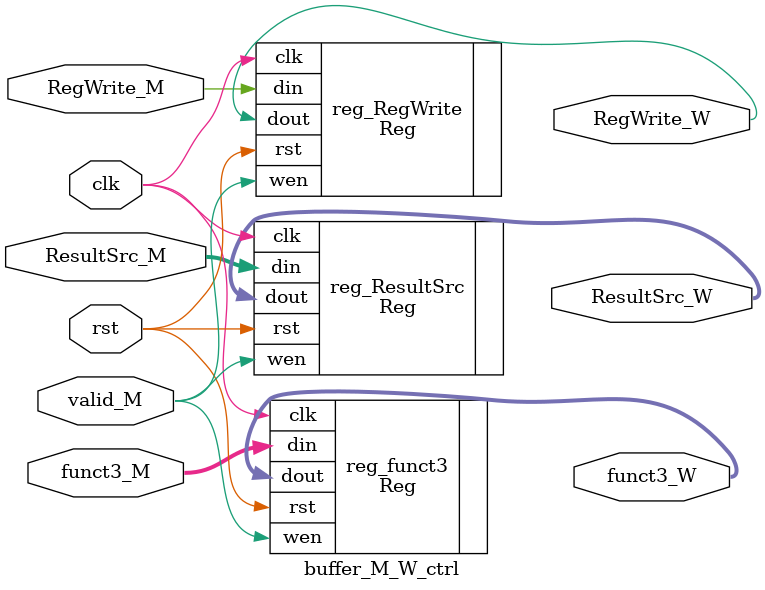
<source format=v>
`timescale 1ns / 1ps
module buffer_D_E_Ctrl(
        input clk,
        input rst,
        input RegWrite_D,
        input [1:0] ResultSrc_D,
        input MemWrite_D,
        input MemRead_D,
        input Jump_D,
        input Branch_D,
        input [3:0]ALUControl_D,
        input ALUSrc_D,
        input auipc_D,
        input [2:0] funct3_D,
        input reg_ren_D,
        input [6:0] opcode_D,
        input valid_D,
        output RegWrite_E,
        output [1:0] ResultSrc_E,
        output  MemWrite_E,
        output MemRead_E,
        output Jump_E,
        output Branch_E,
        output [3:0]ALUControl_E,
        output ALUSrc_E,
        output auipc_E,
        output [2:0] funct3_E,
        output reg_ren_E,
        output [6:0] opcode_E

    );

    Reg reg_RegWrite(
            .clk(clk),
            .rst(rst),
            .din(RegWrite_D),
            .dout(RegWrite_E),
            .wen(valid_D)
        );
    Reg #(2,0)reg_ResultSrc(
            .clk(clk),
            .rst(rst),
            .din(ResultSrc_D),
            .dout(ResultSrc_E),
            .wen(valid_D)
        );
    Reg reg_MemWrite(
            .clk(clk),
            .rst(rst),
            .din(MemWrite_D),
            .dout(MemWrite_E),
            .wen(valid_D)
        );
    Reg reg_MemRead(   
            .clk(clk),
            .rst(rst),
            .din(MemRead_D),
            .dout(MemRead_E),
            .wen(valid_D)
        );
    Reg reg_Jump(
            .clk(clk),
            .rst(rst),
            .din(Jump_D),
            .dout(Jump_E),
            .wen(valid_D)
        );
    Reg reg_Branch(
            .clk(clk),
            .rst(rst),
            .din(Branch_D),
            .dout(Branch_E),
            .wen(valid_D)
        );
    Reg #(4,0)reg_ALUControl(
            .clk(clk),
            .rst(rst),
            .din(ALUControl_D),
            .dout(ALUControl_E),
            .wen(valid_D)
        );
    Reg reg_ALUSrc(
            .clk(clk),
            .rst(rst),
            .din(ALUSrc_D),
            .dout(ALUSrc_E),
            .wen(valid_D)
        );
    Reg reg_auipc(
            .clk(clk),
            .rst(rst),
            .din(auipc_D),
            .dout(auipc_E),
            .wen(valid_D)
        );
    Reg #(3,0) reg_funct3(
            .clk(clk),
            .rst(rst),
            .din(funct3_D),
            .dout(funct3_E),
            .wen(valid_D)
        );
    Reg reg_reg_ren(
            .clk(clk),
            .rst(rst),
            .din(reg_ren_D),
            .dout(reg_ren_E),
            .wen(valid_D)
        );
    Reg #(7,0) reg_opcode(
            .clk(clk),
            .rst(rst),
            .din(opcode_D),
            .dout(opcode_E),
            .wen(valid_D)
        );

endmodule

module buffer_E_M_ctrl(
        input clk,
        input rst,
        input RegWrite_E,
        input [1:0] ResultSrc_E,
        input  MemWrite_E,
        input  MemRead_E,
        input [2:0] funct3_E,
        input valid_E,
        output RegWrite_M,
        output [1:0] ResultSrc_M,
        output  MemWrite_M,
        output  MemRead_M,
        output [2:0] funct3_M

    );
    Reg reg_RegWrite(
            .clk(clk),
            .rst(rst),
            .din(RegWrite_E),
            .dout(RegWrite_M),
            .wen(valid_E)
        );
    Reg #(2,0)reg_ResultSrc(
            .clk(clk),
            .rst(rst),
            .din(ResultSrc_E),
            .dout(ResultSrc_M),
            .wen(valid_E)
        );
    Reg  reg_MemWrite(
             .clk(clk),
             .rst(rst),
             .din(MemWrite_E),
             .dout(MemWrite_M),
             .wen(valid_E)
         );
    Reg reg_MemRead(
             .clk(clk),
             .rst(rst),
             .din(MemRead_E),
             .dout(MemRead_M),
             .wen(valid_E)
         );
    Reg #(3,0) reg_funct3(
            .clk(clk),
            .rst(rst),
            .din(funct3_E),
            .dout(funct3_M),
            .wen(valid_E)
        );

endmodule


module buffer_M_W_ctrl(
        input clk,
        input rst,
        input RegWrite_M,
        input [1:0] ResultSrc_M,
        input [2:0] funct3_M,
        input valid_M,
        output RegWrite_W,
        output [1:0] ResultSrc_W,
        output [2:0] funct3_W

    );
    Reg reg_RegWrite(
            .clk(clk),
            .rst(rst),
            .din(RegWrite_M),
            .dout(RegWrite_W),
            .wen(valid_M)
        );
    Reg #(2,0)reg_ResultSrc(
            .clk(clk),
            .rst(rst),
            .din(ResultSrc_M),
            .dout(ResultSrc_W),
            .wen(valid_M)
        );
    Reg #(3,0) reg_funct3(
            .clk(clk),
            .rst(rst),
            .din(funct3_M),
            .dout(funct3_W),
            .wen(valid_M)
        );

endmodule
</source>
